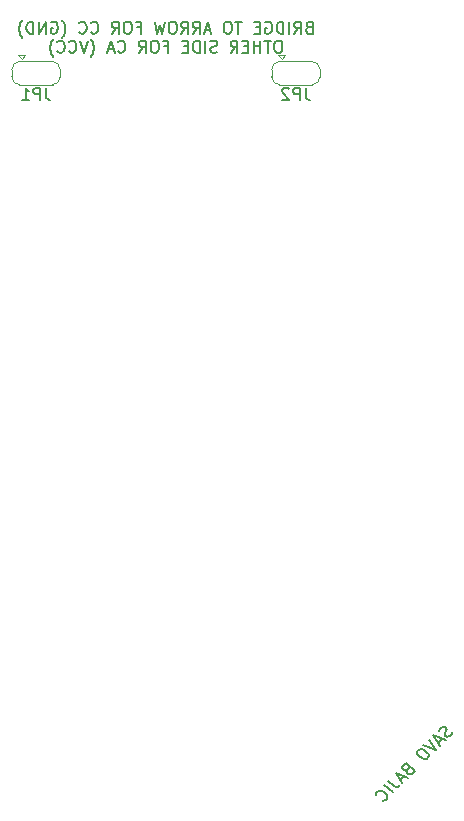
<source format=gbo>
G04 #@! TF.GenerationSoftware,KiCad,Pcbnew,6.0.1-79c1e3a40b~116~ubuntu21.04.1*
G04 #@! TF.CreationDate,2022-02-15T17:04:31-05:00*
G04 #@! TF.ProjectId,display_module,64697370-6c61-4795-9f6d-6f64756c652e,rev?*
G04 #@! TF.SameCoordinates,Original*
G04 #@! TF.FileFunction,Legend,Bot*
G04 #@! TF.FilePolarity,Positive*
%FSLAX46Y46*%
G04 Gerber Fmt 4.6, Leading zero omitted, Abs format (unit mm)*
G04 Created by KiCad (PCBNEW 6.0.1-79c1e3a40b~116~ubuntu21.04.1) date 2022-02-15 17:04:31*
%MOMM*%
%LPD*%
G01*
G04 APERTURE LIST*
G04 Aperture macros list*
%AMFreePoly0*
4,1,22,0.550000,-0.750000,0.000000,-0.750000,0.000000,-0.745033,-0.079941,-0.743568,-0.215256,-0.701293,-0.333266,-0.622738,-0.424486,-0.514219,-0.481581,-0.384460,-0.499164,-0.250000,-0.500000,-0.250000,-0.500000,0.250000,-0.499164,0.250000,-0.499963,0.256109,-0.478152,0.396186,-0.417904,0.524511,-0.324060,0.630769,-0.204165,0.706417,-0.067858,0.745374,0.000000,0.744959,0.000000,0.750000,
0.550000,0.750000,0.550000,-0.750000,0.550000,-0.750000,$1*%
%AMFreePoly1*
4,1,20,0.000000,0.744959,0.073905,0.744508,0.209726,0.703889,0.328688,0.626782,0.421226,0.519385,0.479903,0.390333,0.500000,0.250000,0.500000,-0.250000,0.499851,-0.262216,0.476331,-0.402017,0.414519,-0.529596,0.319384,-0.634700,0.198574,-0.708877,0.061801,-0.746166,0.000000,-0.745033,0.000000,-0.750000,-0.550000,-0.750000,-0.550000,0.750000,0.000000,0.750000,0.000000,0.744959,
0.000000,0.744959,$1*%
G04 Aperture macros list end*
%ADD10C,0.150000*%
%ADD11C,0.120000*%
%ADD12R,1.700000X1.700000*%
%ADD13O,1.700000X1.700000*%
%ADD14R,1.500000X1.500000*%
%ADD15C,1.500000*%
%ADD16R,1.600000X1.600000*%
%ADD17O,1.600000X1.600000*%
%ADD18C,1.600000*%
%ADD19C,2.000000*%
%ADD20FreePoly0,0.000000*%
%ADD21R,1.000000X1.500000*%
%ADD22FreePoly1,0.000000*%
G04 APERTURE END LIST*
D10*
X120244715Y-125327704D02*
X120181580Y-125458182D01*
X120013221Y-125626541D01*
X119907997Y-125664422D01*
X119836445Y-125668631D01*
X119727012Y-125643377D01*
X119651250Y-125584451D01*
X119609160Y-125491854D01*
X119604951Y-125428719D01*
X119634414Y-125331913D01*
X119731220Y-125167763D01*
X119760683Y-125070957D01*
X119756474Y-125007822D01*
X119714385Y-124915225D01*
X119638623Y-124856300D01*
X119529190Y-124831046D01*
X119457638Y-124835255D01*
X119352413Y-124873135D01*
X119184055Y-125041494D01*
X119120920Y-125171972D01*
X119381876Y-125853825D02*
X119045159Y-126190543D01*
X119676504Y-125963258D02*
X118645307Y-125580242D01*
X119205099Y-126434663D01*
X118274917Y-125950631D02*
X118834710Y-126805052D01*
X117803513Y-126422036D01*
X117433123Y-126792425D02*
X117298436Y-126927112D01*
X117268974Y-127023919D01*
X117277392Y-127150188D01*
X117395243Y-127301711D01*
X117660408Y-127507950D01*
X117845602Y-127592129D01*
X117988707Y-127583711D01*
X118093932Y-127545831D01*
X118228619Y-127411144D01*
X118258081Y-127314337D01*
X118249663Y-127188068D01*
X118131812Y-127036545D01*
X117866647Y-126830306D01*
X117681453Y-126746127D01*
X117538348Y-126754545D01*
X117433123Y-126792425D01*
X116431389Y-128467595D02*
X116368254Y-128598073D01*
X116372463Y-128661207D01*
X116414553Y-128753805D01*
X116528195Y-128842193D01*
X116637628Y-128867447D01*
X116709181Y-128863238D01*
X116814405Y-128825357D01*
X117083779Y-128555983D01*
X116288284Y-127937265D01*
X116052582Y-128172967D01*
X116023119Y-128269773D01*
X116027328Y-128332908D01*
X116069418Y-128425505D01*
X116145179Y-128484431D01*
X116254612Y-128509685D01*
X116326165Y-128505476D01*
X116431389Y-128467595D01*
X116667091Y-128231893D01*
X116183060Y-129052642D02*
X115846342Y-129389359D01*
X116477687Y-129162075D02*
X115446490Y-128779059D01*
X116006283Y-129633479D01*
X114773055Y-129452494D02*
X115341266Y-129894435D01*
X115488580Y-129949152D01*
X115631685Y-129940734D01*
X115770581Y-129869182D01*
X115837924Y-129801838D01*
X115231833Y-130407930D02*
X114436338Y-129789211D01*
X114415293Y-131089783D02*
X114486845Y-131085574D01*
X114625741Y-131014021D01*
X114693085Y-130946678D01*
X114756219Y-130816200D01*
X114747801Y-130689931D01*
X114705712Y-130597333D01*
X114587860Y-130445810D01*
X114474218Y-130357422D01*
X114289024Y-130273243D01*
X114179590Y-130247989D01*
X114036486Y-130256407D01*
X113897590Y-130327959D01*
X113830246Y-130395303D01*
X113767112Y-130525781D01*
X113771320Y-130588915D01*
X108095238Y-65623571D02*
X107952380Y-65671190D01*
X107904761Y-65718809D01*
X107857142Y-65814047D01*
X107857142Y-65956904D01*
X107904761Y-66052142D01*
X107952380Y-66099761D01*
X108047619Y-66147380D01*
X108428571Y-66147380D01*
X108428571Y-65147380D01*
X108095238Y-65147380D01*
X108000000Y-65195000D01*
X107952380Y-65242619D01*
X107904761Y-65337857D01*
X107904761Y-65433095D01*
X107952380Y-65528333D01*
X108000000Y-65575952D01*
X108095238Y-65623571D01*
X108428571Y-65623571D01*
X106857142Y-66147380D02*
X107190476Y-65671190D01*
X107428571Y-66147380D02*
X107428571Y-65147380D01*
X107047619Y-65147380D01*
X106952380Y-65195000D01*
X106904761Y-65242619D01*
X106857142Y-65337857D01*
X106857142Y-65480714D01*
X106904761Y-65575952D01*
X106952380Y-65623571D01*
X107047619Y-65671190D01*
X107428571Y-65671190D01*
X106428571Y-66147380D02*
X106428571Y-65147380D01*
X105952380Y-66147380D02*
X105952380Y-65147380D01*
X105714285Y-65147380D01*
X105571428Y-65195000D01*
X105476190Y-65290238D01*
X105428571Y-65385476D01*
X105380952Y-65575952D01*
X105380952Y-65718809D01*
X105428571Y-65909285D01*
X105476190Y-66004523D01*
X105571428Y-66099761D01*
X105714285Y-66147380D01*
X105952380Y-66147380D01*
X104428571Y-65195000D02*
X104523809Y-65147380D01*
X104666666Y-65147380D01*
X104809523Y-65195000D01*
X104904761Y-65290238D01*
X104952380Y-65385476D01*
X105000000Y-65575952D01*
X105000000Y-65718809D01*
X104952380Y-65909285D01*
X104904761Y-66004523D01*
X104809523Y-66099761D01*
X104666666Y-66147380D01*
X104571428Y-66147380D01*
X104428571Y-66099761D01*
X104380952Y-66052142D01*
X104380952Y-65718809D01*
X104571428Y-65718809D01*
X103952380Y-65623571D02*
X103619047Y-65623571D01*
X103476190Y-66147380D02*
X103952380Y-66147380D01*
X103952380Y-65147380D01*
X103476190Y-65147380D01*
X102428571Y-65147380D02*
X101857142Y-65147380D01*
X102142857Y-66147380D02*
X102142857Y-65147380D01*
X101333333Y-65147380D02*
X101142857Y-65147380D01*
X101047619Y-65195000D01*
X100952380Y-65290238D01*
X100904761Y-65480714D01*
X100904761Y-65814047D01*
X100952380Y-66004523D01*
X101047619Y-66099761D01*
X101142857Y-66147380D01*
X101333333Y-66147380D01*
X101428571Y-66099761D01*
X101523809Y-66004523D01*
X101571428Y-65814047D01*
X101571428Y-65480714D01*
X101523809Y-65290238D01*
X101428571Y-65195000D01*
X101333333Y-65147380D01*
X99761904Y-65861666D02*
X99285714Y-65861666D01*
X99857142Y-66147380D02*
X99523809Y-65147380D01*
X99190476Y-66147380D01*
X98285714Y-66147380D02*
X98619047Y-65671190D01*
X98857142Y-66147380D02*
X98857142Y-65147380D01*
X98476190Y-65147380D01*
X98380952Y-65195000D01*
X98333333Y-65242619D01*
X98285714Y-65337857D01*
X98285714Y-65480714D01*
X98333333Y-65575952D01*
X98380952Y-65623571D01*
X98476190Y-65671190D01*
X98857142Y-65671190D01*
X97285714Y-66147380D02*
X97619047Y-65671190D01*
X97857142Y-66147380D02*
X97857142Y-65147380D01*
X97476190Y-65147380D01*
X97380952Y-65195000D01*
X97333333Y-65242619D01*
X97285714Y-65337857D01*
X97285714Y-65480714D01*
X97333333Y-65575952D01*
X97380952Y-65623571D01*
X97476190Y-65671190D01*
X97857142Y-65671190D01*
X96666666Y-65147380D02*
X96476190Y-65147380D01*
X96380952Y-65195000D01*
X96285714Y-65290238D01*
X96238095Y-65480714D01*
X96238095Y-65814047D01*
X96285714Y-66004523D01*
X96380952Y-66099761D01*
X96476190Y-66147380D01*
X96666666Y-66147380D01*
X96761904Y-66099761D01*
X96857142Y-66004523D01*
X96904761Y-65814047D01*
X96904761Y-65480714D01*
X96857142Y-65290238D01*
X96761904Y-65195000D01*
X96666666Y-65147380D01*
X95904761Y-65147380D02*
X95666666Y-66147380D01*
X95476190Y-65433095D01*
X95285714Y-66147380D01*
X95047619Y-65147380D01*
X93571428Y-65623571D02*
X93904761Y-65623571D01*
X93904761Y-66147380D02*
X93904761Y-65147380D01*
X93428571Y-65147380D01*
X92857142Y-65147380D02*
X92666666Y-65147380D01*
X92571428Y-65195000D01*
X92476190Y-65290238D01*
X92428571Y-65480714D01*
X92428571Y-65814047D01*
X92476190Y-66004523D01*
X92571428Y-66099761D01*
X92666666Y-66147380D01*
X92857142Y-66147380D01*
X92952380Y-66099761D01*
X93047619Y-66004523D01*
X93095238Y-65814047D01*
X93095238Y-65480714D01*
X93047619Y-65290238D01*
X92952380Y-65195000D01*
X92857142Y-65147380D01*
X91428571Y-66147380D02*
X91761904Y-65671190D01*
X92000000Y-66147380D02*
X92000000Y-65147380D01*
X91619047Y-65147380D01*
X91523809Y-65195000D01*
X91476190Y-65242619D01*
X91428571Y-65337857D01*
X91428571Y-65480714D01*
X91476190Y-65575952D01*
X91523809Y-65623571D01*
X91619047Y-65671190D01*
X92000000Y-65671190D01*
X89666666Y-66052142D02*
X89714285Y-66099761D01*
X89857142Y-66147380D01*
X89952380Y-66147380D01*
X90095238Y-66099761D01*
X90190476Y-66004523D01*
X90238095Y-65909285D01*
X90285714Y-65718809D01*
X90285714Y-65575952D01*
X90238095Y-65385476D01*
X90190476Y-65290238D01*
X90095238Y-65195000D01*
X89952380Y-65147380D01*
X89857142Y-65147380D01*
X89714285Y-65195000D01*
X89666666Y-65242619D01*
X88666666Y-66052142D02*
X88714285Y-66099761D01*
X88857142Y-66147380D01*
X88952380Y-66147380D01*
X89095238Y-66099761D01*
X89190476Y-66004523D01*
X89238095Y-65909285D01*
X89285714Y-65718809D01*
X89285714Y-65575952D01*
X89238095Y-65385476D01*
X89190476Y-65290238D01*
X89095238Y-65195000D01*
X88952380Y-65147380D01*
X88857142Y-65147380D01*
X88714285Y-65195000D01*
X88666666Y-65242619D01*
X87190476Y-66528333D02*
X87238095Y-66480714D01*
X87333333Y-66337857D01*
X87380952Y-66242619D01*
X87428571Y-66099761D01*
X87476190Y-65861666D01*
X87476190Y-65671190D01*
X87428571Y-65433095D01*
X87380952Y-65290238D01*
X87333333Y-65195000D01*
X87238095Y-65052142D01*
X87190476Y-65004523D01*
X86285714Y-65195000D02*
X86380952Y-65147380D01*
X86523809Y-65147380D01*
X86666666Y-65195000D01*
X86761904Y-65290238D01*
X86809523Y-65385476D01*
X86857142Y-65575952D01*
X86857142Y-65718809D01*
X86809523Y-65909285D01*
X86761904Y-66004523D01*
X86666666Y-66099761D01*
X86523809Y-66147380D01*
X86428571Y-66147380D01*
X86285714Y-66099761D01*
X86238095Y-66052142D01*
X86238095Y-65718809D01*
X86428571Y-65718809D01*
X85809523Y-66147380D02*
X85809523Y-65147380D01*
X85238095Y-66147380D01*
X85238095Y-65147380D01*
X84761904Y-66147380D02*
X84761904Y-65147380D01*
X84523809Y-65147380D01*
X84380952Y-65195000D01*
X84285714Y-65290238D01*
X84238095Y-65385476D01*
X84190476Y-65575952D01*
X84190476Y-65718809D01*
X84238095Y-65909285D01*
X84285714Y-66004523D01*
X84380952Y-66099761D01*
X84523809Y-66147380D01*
X84761904Y-66147380D01*
X83857142Y-66528333D02*
X83809523Y-66480714D01*
X83714285Y-66337857D01*
X83666666Y-66242619D01*
X83619047Y-66099761D01*
X83571428Y-65861666D01*
X83571428Y-65671190D01*
X83619047Y-65433095D01*
X83666666Y-65290238D01*
X83714285Y-65195000D01*
X83809523Y-65052142D01*
X83857142Y-65004523D01*
X105619047Y-66757380D02*
X105428571Y-66757380D01*
X105333333Y-66805000D01*
X105238095Y-66900238D01*
X105190476Y-67090714D01*
X105190476Y-67424047D01*
X105238095Y-67614523D01*
X105333333Y-67709761D01*
X105428571Y-67757380D01*
X105619047Y-67757380D01*
X105714285Y-67709761D01*
X105809523Y-67614523D01*
X105857142Y-67424047D01*
X105857142Y-67090714D01*
X105809523Y-66900238D01*
X105714285Y-66805000D01*
X105619047Y-66757380D01*
X104904761Y-66757380D02*
X104333333Y-66757380D01*
X104619047Y-67757380D02*
X104619047Y-66757380D01*
X104000000Y-67757380D02*
X104000000Y-66757380D01*
X104000000Y-67233571D02*
X103428571Y-67233571D01*
X103428571Y-67757380D02*
X103428571Y-66757380D01*
X102952380Y-67233571D02*
X102619047Y-67233571D01*
X102476190Y-67757380D02*
X102952380Y-67757380D01*
X102952380Y-66757380D01*
X102476190Y-66757380D01*
X101476190Y-67757380D02*
X101809523Y-67281190D01*
X102047619Y-67757380D02*
X102047619Y-66757380D01*
X101666666Y-66757380D01*
X101571428Y-66805000D01*
X101523809Y-66852619D01*
X101476190Y-66947857D01*
X101476190Y-67090714D01*
X101523809Y-67185952D01*
X101571428Y-67233571D01*
X101666666Y-67281190D01*
X102047619Y-67281190D01*
X100333333Y-67709761D02*
X100190476Y-67757380D01*
X99952380Y-67757380D01*
X99857142Y-67709761D01*
X99809523Y-67662142D01*
X99761904Y-67566904D01*
X99761904Y-67471666D01*
X99809523Y-67376428D01*
X99857142Y-67328809D01*
X99952380Y-67281190D01*
X100142857Y-67233571D01*
X100238095Y-67185952D01*
X100285714Y-67138333D01*
X100333333Y-67043095D01*
X100333333Y-66947857D01*
X100285714Y-66852619D01*
X100238095Y-66805000D01*
X100142857Y-66757380D01*
X99904761Y-66757380D01*
X99761904Y-66805000D01*
X99333333Y-67757380D02*
X99333333Y-66757380D01*
X98857142Y-67757380D02*
X98857142Y-66757380D01*
X98619047Y-66757380D01*
X98476190Y-66805000D01*
X98380952Y-66900238D01*
X98333333Y-66995476D01*
X98285714Y-67185952D01*
X98285714Y-67328809D01*
X98333333Y-67519285D01*
X98380952Y-67614523D01*
X98476190Y-67709761D01*
X98619047Y-67757380D01*
X98857142Y-67757380D01*
X97857142Y-67233571D02*
X97523809Y-67233571D01*
X97380952Y-67757380D02*
X97857142Y-67757380D01*
X97857142Y-66757380D01*
X97380952Y-66757380D01*
X95857142Y-67233571D02*
X96190476Y-67233571D01*
X96190476Y-67757380D02*
X96190476Y-66757380D01*
X95714285Y-66757380D01*
X95142857Y-66757380D02*
X94952380Y-66757380D01*
X94857142Y-66805000D01*
X94761904Y-66900238D01*
X94714285Y-67090714D01*
X94714285Y-67424047D01*
X94761904Y-67614523D01*
X94857142Y-67709761D01*
X94952380Y-67757380D01*
X95142857Y-67757380D01*
X95238095Y-67709761D01*
X95333333Y-67614523D01*
X95380952Y-67424047D01*
X95380952Y-67090714D01*
X95333333Y-66900238D01*
X95238095Y-66805000D01*
X95142857Y-66757380D01*
X93714285Y-67757380D02*
X94047619Y-67281190D01*
X94285714Y-67757380D02*
X94285714Y-66757380D01*
X93904761Y-66757380D01*
X93809523Y-66805000D01*
X93761904Y-66852619D01*
X93714285Y-66947857D01*
X93714285Y-67090714D01*
X93761904Y-67185952D01*
X93809523Y-67233571D01*
X93904761Y-67281190D01*
X94285714Y-67281190D01*
X91952380Y-67662142D02*
X92000000Y-67709761D01*
X92142857Y-67757380D01*
X92238095Y-67757380D01*
X92380952Y-67709761D01*
X92476190Y-67614523D01*
X92523809Y-67519285D01*
X92571428Y-67328809D01*
X92571428Y-67185952D01*
X92523809Y-66995476D01*
X92476190Y-66900238D01*
X92380952Y-66805000D01*
X92238095Y-66757380D01*
X92142857Y-66757380D01*
X92000000Y-66805000D01*
X91952380Y-66852619D01*
X91571428Y-67471666D02*
X91095238Y-67471666D01*
X91666666Y-67757380D02*
X91333333Y-66757380D01*
X91000000Y-67757380D01*
X89619047Y-68138333D02*
X89666666Y-68090714D01*
X89761904Y-67947857D01*
X89809523Y-67852619D01*
X89857142Y-67709761D01*
X89904761Y-67471666D01*
X89904761Y-67281190D01*
X89857142Y-67043095D01*
X89809523Y-66900238D01*
X89761904Y-66805000D01*
X89666666Y-66662142D01*
X89619047Y-66614523D01*
X89380952Y-66757380D02*
X89047619Y-67757380D01*
X88714285Y-66757380D01*
X87809523Y-67662142D02*
X87857142Y-67709761D01*
X88000000Y-67757380D01*
X88095238Y-67757380D01*
X88238095Y-67709761D01*
X88333333Y-67614523D01*
X88380952Y-67519285D01*
X88428571Y-67328809D01*
X88428571Y-67185952D01*
X88380952Y-66995476D01*
X88333333Y-66900238D01*
X88238095Y-66805000D01*
X88095238Y-66757380D01*
X88000000Y-66757380D01*
X87857142Y-66805000D01*
X87809523Y-66852619D01*
X86809523Y-67662142D02*
X86857142Y-67709761D01*
X87000000Y-67757380D01*
X87095238Y-67757380D01*
X87238095Y-67709761D01*
X87333333Y-67614523D01*
X87380952Y-67519285D01*
X87428571Y-67328809D01*
X87428571Y-67185952D01*
X87380952Y-66995476D01*
X87333333Y-66900238D01*
X87238095Y-66805000D01*
X87095238Y-66757380D01*
X87000000Y-66757380D01*
X86857142Y-66805000D01*
X86809523Y-66852619D01*
X86476190Y-68138333D02*
X86428571Y-68090714D01*
X86333333Y-67947857D01*
X86285714Y-67852619D01*
X86238095Y-67709761D01*
X86190476Y-67471666D01*
X86190476Y-67281190D01*
X86238095Y-67043095D01*
X86285714Y-66900238D01*
X86333333Y-66805000D01*
X86428571Y-66662142D01*
X86476190Y-66614523D01*
X85833333Y-70752380D02*
X85833333Y-71466666D01*
X85880952Y-71609523D01*
X85976190Y-71704761D01*
X86119047Y-71752380D01*
X86214285Y-71752380D01*
X85357142Y-71752380D02*
X85357142Y-70752380D01*
X84976190Y-70752380D01*
X84880952Y-70800000D01*
X84833333Y-70847619D01*
X84785714Y-70942857D01*
X84785714Y-71085714D01*
X84833333Y-71180952D01*
X84880952Y-71228571D01*
X84976190Y-71276190D01*
X85357142Y-71276190D01*
X83833333Y-71752380D02*
X84404761Y-71752380D01*
X84119047Y-71752380D02*
X84119047Y-70752380D01*
X84214285Y-70895238D01*
X84309523Y-70990476D01*
X84404761Y-71038095D01*
X107833333Y-70752380D02*
X107833333Y-71466666D01*
X107880952Y-71609523D01*
X107976190Y-71704761D01*
X108119047Y-71752380D01*
X108214285Y-71752380D01*
X107357142Y-71752380D02*
X107357142Y-70752380D01*
X106976190Y-70752380D01*
X106880952Y-70800000D01*
X106833333Y-70847619D01*
X106785714Y-70942857D01*
X106785714Y-71085714D01*
X106833333Y-71180952D01*
X106880952Y-71228571D01*
X106976190Y-71276190D01*
X107357142Y-71276190D01*
X106404761Y-70847619D02*
X106357142Y-70800000D01*
X106261904Y-70752380D01*
X106023809Y-70752380D01*
X105928571Y-70800000D01*
X105880952Y-70847619D01*
X105833333Y-70942857D01*
X105833333Y-71038095D01*
X105880952Y-71180952D01*
X106452380Y-71752380D01*
X105833333Y-71752380D01*
D11*
X86400000Y-68500000D02*
X83600000Y-68500000D01*
X83800000Y-68300000D02*
X83500000Y-68000000D01*
X82950000Y-69200000D02*
X82950000Y-69800000D01*
X87050000Y-69800000D02*
X87050000Y-69200000D01*
X83600000Y-70500000D02*
X86400000Y-70500000D01*
X83500000Y-68000000D02*
X84100000Y-68000000D01*
X83800000Y-68300000D02*
X84100000Y-68000000D01*
X86350000Y-70500000D02*
G75*
G03*
X87050000Y-69800000I1J699999D01*
G01*
X83650000Y-68500000D02*
G75*
G03*
X82950000Y-69200000I-1J-699999D01*
G01*
X82950000Y-69800000D02*
G75*
G03*
X83650000Y-70500000I699999J-1D01*
G01*
X87050000Y-69200000D02*
G75*
G03*
X86350000Y-68500000I-699999J1D01*
G01*
X105800000Y-68300000D02*
X105500000Y-68000000D01*
X104950000Y-69200000D02*
X104950000Y-69800000D01*
X109050000Y-69800000D02*
X109050000Y-69200000D01*
X105600000Y-70500000D02*
X108400000Y-70500000D01*
X105800000Y-68300000D02*
X106100000Y-68000000D01*
X105500000Y-68000000D02*
X106100000Y-68000000D01*
X108400000Y-68500000D02*
X105600000Y-68500000D01*
X104950000Y-69800000D02*
G75*
G03*
X105650000Y-70500000I699999J-1D01*
G01*
X108350000Y-70500000D02*
G75*
G03*
X109050000Y-69800000I1J699999D01*
G01*
X105650000Y-68500000D02*
G75*
G03*
X104950000Y-69200000I-1J-699999D01*
G01*
X109050000Y-69200000D02*
G75*
G03*
X108350000Y-68500000I-699999J1D01*
G01*
%LPC*%
D12*
X119500000Y-56960000D03*
D13*
X119500000Y-59500000D03*
X119500000Y-62040000D03*
D12*
X72500000Y-56960000D03*
D13*
X72500000Y-59500000D03*
X72500000Y-62040000D03*
D12*
X119500000Y-106960000D03*
D13*
X119500000Y-109500000D03*
X119500000Y-112040000D03*
D12*
X109998000Y-132750000D03*
D13*
X107458000Y-132750000D03*
X104918000Y-132750000D03*
X102378000Y-132750000D03*
X99838000Y-132750000D03*
X97298000Y-132750000D03*
X94758000Y-132750000D03*
X92218000Y-132750000D03*
X89678000Y-132750000D03*
X87138000Y-132750000D03*
X84598000Y-132750000D03*
X82058000Y-132750000D03*
D14*
X103500000Y-48500000D03*
D15*
X103500000Y-51040000D03*
X103500000Y-53580000D03*
X103500000Y-56120000D03*
X103500000Y-58660000D03*
X103500000Y-61200000D03*
X103500000Y-63740000D03*
X111120000Y-63740000D03*
X111120000Y-61200000D03*
X111120000Y-58660000D03*
X111120000Y-56120000D03*
X111120000Y-53580000D03*
X111120000Y-51040000D03*
X111120000Y-48500000D03*
D16*
X103500000Y-75000000D03*
D17*
X103500000Y-77540000D03*
X103500000Y-80080000D03*
X103500000Y-82620000D03*
X103500000Y-85160000D03*
X103500000Y-87700000D03*
X103500000Y-90240000D03*
X103500000Y-92780000D03*
X111120000Y-92780000D03*
X111120000Y-90240000D03*
X111120000Y-87700000D03*
X111120000Y-85160000D03*
X111120000Y-82620000D03*
X111120000Y-80080000D03*
X111120000Y-77540000D03*
X111120000Y-75000000D03*
D16*
X103500000Y-98500000D03*
D17*
X103500000Y-101040000D03*
X103500000Y-103580000D03*
X103500000Y-106120000D03*
X103500000Y-108660000D03*
X103500000Y-111200000D03*
X103500000Y-113740000D03*
X103500000Y-116280000D03*
X111120000Y-116280000D03*
X111120000Y-113740000D03*
X111120000Y-111200000D03*
X111120000Y-108660000D03*
X111120000Y-106120000D03*
X111120000Y-103580000D03*
X111120000Y-101040000D03*
X111120000Y-98500000D03*
D18*
X99500000Y-48000000D03*
D17*
X99500000Y-58160000D03*
D18*
X115000000Y-48000000D03*
D17*
X115000000Y-58160000D03*
D18*
X115000000Y-60500000D03*
D17*
X115000000Y-70660000D03*
D18*
X115000000Y-85500000D03*
D17*
X115000000Y-95660000D03*
D18*
X99500000Y-85500000D03*
D17*
X99500000Y-95660000D03*
D18*
X99500000Y-60500000D03*
D17*
X99500000Y-70660000D03*
D18*
X77000000Y-48000000D03*
D17*
X77000000Y-58160000D03*
D18*
X92500000Y-48000000D03*
D17*
X92500000Y-58160000D03*
D18*
X92500000Y-60500000D03*
D17*
X92500000Y-70660000D03*
D18*
X92500000Y-85500000D03*
D17*
X92500000Y-95660000D03*
D18*
X77000000Y-85500000D03*
D17*
X77000000Y-95660000D03*
D18*
X77000000Y-73000000D03*
D17*
X77000000Y-83160000D03*
D18*
X77000000Y-60500000D03*
D17*
X77000000Y-70660000D03*
D19*
X85500000Y-127000000D03*
X79000000Y-127000000D03*
X85500000Y-122500000D03*
X79000000Y-122500000D03*
X113000000Y-127000000D03*
X106500000Y-127000000D03*
X106500000Y-122500000D03*
X113000000Y-122500000D03*
D16*
X81000000Y-75000000D03*
D17*
X81000000Y-77540000D03*
X81000000Y-80080000D03*
X81000000Y-82620000D03*
X81000000Y-85160000D03*
X81000000Y-87700000D03*
X81000000Y-90240000D03*
X81000000Y-92780000D03*
X88620000Y-92780000D03*
X88620000Y-90240000D03*
X88620000Y-87700000D03*
X88620000Y-85160000D03*
X88620000Y-82620000D03*
X88620000Y-80080000D03*
X88620000Y-77540000D03*
X88620000Y-75000000D03*
D16*
X81000000Y-98500000D03*
D17*
X81000000Y-101040000D03*
X81000000Y-103580000D03*
X81000000Y-106120000D03*
X81000000Y-108660000D03*
X81000000Y-111200000D03*
X81000000Y-113740000D03*
X81000000Y-116280000D03*
X88620000Y-116280000D03*
X88620000Y-113740000D03*
X88620000Y-111200000D03*
X88620000Y-108660000D03*
X88620000Y-106120000D03*
X88620000Y-103580000D03*
X88620000Y-101040000D03*
X88620000Y-98500000D03*
D14*
X81000000Y-48500000D03*
D15*
X81000000Y-51040000D03*
X81000000Y-53580000D03*
X81000000Y-56120000D03*
X81000000Y-58660000D03*
X81000000Y-61200000D03*
X81000000Y-63740000D03*
X88620000Y-63740000D03*
X88620000Y-61200000D03*
X88620000Y-58660000D03*
X88620000Y-56120000D03*
X88620000Y-53580000D03*
X88620000Y-51040000D03*
X88620000Y-48500000D03*
D18*
X92500000Y-75000000D03*
X92500000Y-77500000D03*
X99500000Y-75000000D03*
X99500000Y-77500000D03*
D12*
X99823000Y-121980000D03*
D13*
X97283000Y-121980000D03*
X94743000Y-121980000D03*
X92203000Y-121980000D03*
D12*
X99823000Y-124520000D03*
D13*
X97283000Y-124520000D03*
X94743000Y-124520000D03*
X92203000Y-124520000D03*
D12*
X99823000Y-127060000D03*
D13*
X97283000Y-127060000D03*
X94743000Y-127060000D03*
X92203000Y-127060000D03*
D18*
X92500000Y-106500000D03*
D17*
X92500000Y-116660000D03*
D18*
X99500000Y-116660000D03*
D17*
X99500000Y-106500000D03*
D12*
X72500000Y-106960000D03*
D13*
X72500000Y-109500000D03*
X72500000Y-112040000D03*
D18*
X115000000Y-73000000D03*
D17*
X115000000Y-83160000D03*
D20*
X83700000Y-69500000D03*
D21*
X85000000Y-69500000D03*
D22*
X86300000Y-69500000D03*
D20*
X105700000Y-69500000D03*
D21*
X107000000Y-69500000D03*
D22*
X108300000Y-69500000D03*
M02*

</source>
